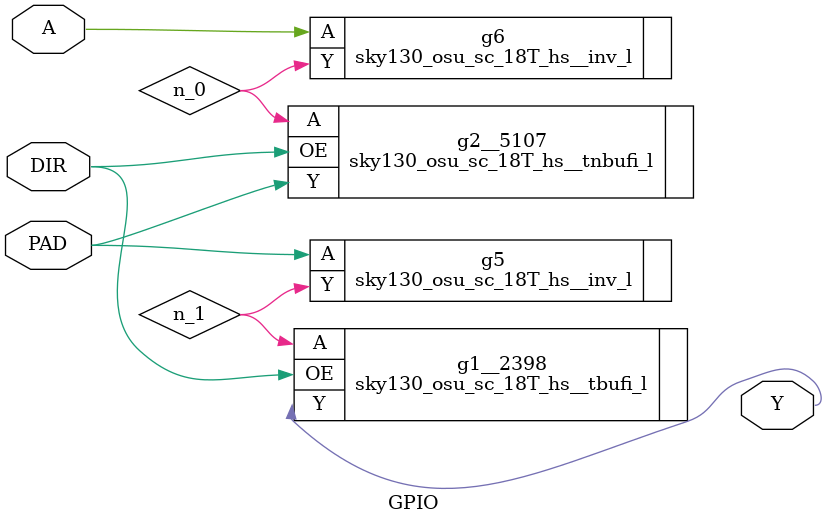
<source format=v>


// Verification Directory fv/GPIO 

module GPIO(A, Y, PAD, DIR);
  input A, DIR;
  output Y;
  inout PAD;
  wire A, DIR;
  wire Y;
  wire PAD;
  wire n_0, n_1;
  sky130_osu_sc_18T_hs__tbufi_l g1__2398(.A (n_1), .OE (DIR), .Y (Y));
  sky130_osu_sc_18T_hs__inv_l g5(.A (PAD), .Y (n_1));
  sky130_osu_sc_18T_hs__tnbufi_l g2__5107(.A (n_0), .OE (DIR), .Y
       (PAD));
  sky130_osu_sc_18T_hs__inv_l g6(.A (A), .Y (n_0));
endmodule


</source>
